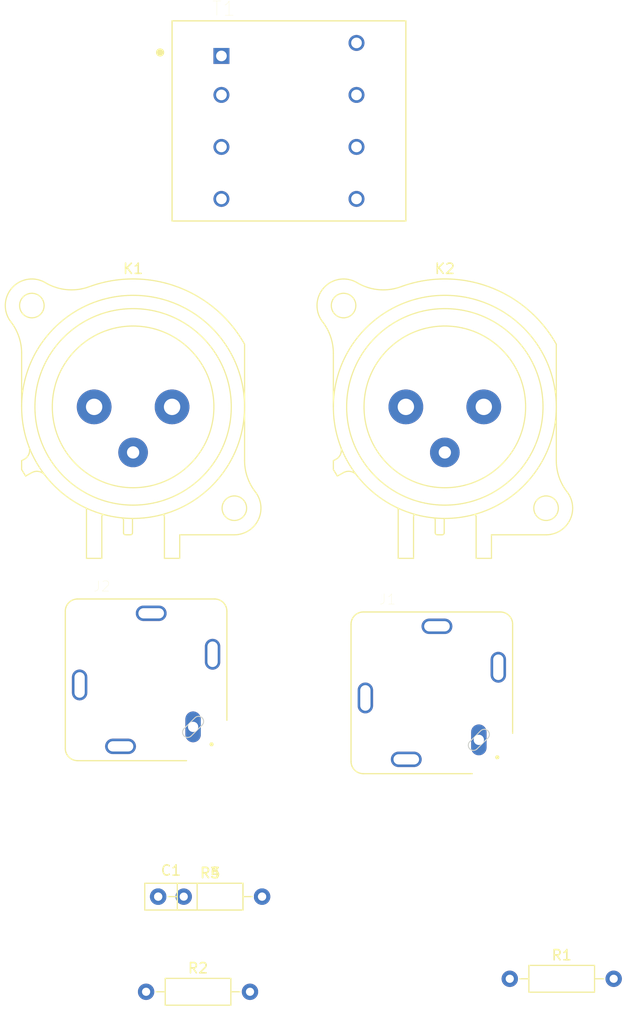
<source format=kicad_pcb>
(kicad_pcb (version 4) (host pcbnew 4.0.5)

  (general
    (links 23)
    (no_connects 21)
    (area 37.599999 37.909999 270.150001 149.435)
    (thickness 1.6)
    (drawings 0)
    (tracks 0)
    (zones 0)
    (modules 11)
    (nets 13)
  )

  (page A4)
  (layers
    (0 F.Cu signal)
    (31 B.Cu signal)
    (32 B.Adhes user)
    (33 F.Adhes user)
    (34 B.Paste user)
    (35 F.Paste user)
    (36 B.SilkS user)
    (37 F.SilkS user)
    (38 B.Mask user)
    (39 F.Mask user)
    (40 Dwgs.User user)
    (41 Cmts.User user)
    (42 Eco1.User user)
    (43 Eco2.User user)
    (44 Edge.Cuts user)
    (45 Margin user)
    (46 B.CrtYd user)
    (47 F.CrtYd user)
    (48 B.Fab user)
    (49 F.Fab user)
  )

  (setup
    (last_trace_width 0.25)
    (trace_clearance 0.2)
    (zone_clearance 0.508)
    (zone_45_only no)
    (trace_min 0.2)
    (segment_width 0.2)
    (edge_width 0.15)
    (via_size 0.6)
    (via_drill 0.4)
    (via_min_size 0.4)
    (via_min_drill 0.3)
    (uvia_size 0.3)
    (uvia_drill 0.1)
    (uvias_allowed no)
    (uvia_min_size 0.2)
    (uvia_min_drill 0.1)
    (pcb_text_width 0.3)
    (pcb_text_size 1.5 1.5)
    (mod_edge_width 0.15)
    (mod_text_size 1 1)
    (mod_text_width 0.15)
    (pad_size 1.524 1.524)
    (pad_drill 0.762)
    (pad_to_mask_clearance 0.2)
    (aux_axis_origin 0 0)
    (visible_elements 7FFFFFFF)
    (pcbplotparams
      (layerselection 0x00030_80000001)
      (usegerberextensions false)
      (excludeedgelayer true)
      (linewidth 0.100000)
      (plotframeref false)
      (viasonmask false)
      (mode 1)
      (useauxorigin false)
      (hpglpennumber 1)
      (hpglpenspeed 20)
      (hpglpendiameter 15)
      (hpglpenoverlay 2)
      (psnegative false)
      (psa4output false)
      (plotreference true)
      (plotvalue true)
      (plotinvisibletext false)
      (padsonsilk false)
      (subtractmaskfromsilk false)
      (outputformat 1)
      (mirror false)
      (drillshape 1)
      (scaleselection 1)
      (outputdirectory ""))
  )

  (net 0 "")
  (net 1 "Net-(C1-Pad1)")
  (net 2 "Net-(C1-Pad2)")
  (net 3 Earth)
  (net 4 "Net-(J1-Pad3)")
  (net 5 "Net-(J1-Pad1)")
  (net 6 "Net-(J2-Pad3)")
  (net 7 "Net-(R1-Pad1)")
  (net 8 "Net-(R2-Pad1)")
  (net 9 "Net-(R4-Pad1)")
  (net 10 "Net-(T1-Pad3)")
  (net 11 "Net-(T1-Pad6)")
  (net 12 "Net-(T1-Pad7)")

  (net_class Default "This is the default net class."
    (clearance 0.2)
    (trace_width 0.25)
    (via_dia 0.6)
    (via_drill 0.4)
    (uvia_dia 0.3)
    (uvia_drill 0.1)
    (add_net Earth)
    (add_net "Net-(C1-Pad1)")
    (add_net "Net-(C1-Pad2)")
    (add_net "Net-(J1-Pad1)")
    (add_net "Net-(J1-Pad3)")
    (add_net "Net-(J2-Pad3)")
    (add_net "Net-(R1-Pad1)")
    (add_net "Net-(R2-Pad1)")
    (add_net "Net-(R4-Pad1)")
    (add_net "Net-(T1-Pad3)")
    (add_net "Net-(T1-Pad6)")
    (add_net "Net-(T1-Pad7)")
  )

  (module Capacitors_THT:C_Disc_D5.0mm_W2.5mm_P2.50mm (layer F.Cu) (tedit 597BC7C2) (tstamp 6098E32C)
    (at 148.5011 105.0036)
    (descr "C, Disc series, Radial, pin pitch=2.50mm, , diameter*width=5*2.5mm^2, Capacitor, http://cdn-reichelt.de/documents/datenblatt/B300/DS_KERKO_TC.pdf")
    (tags "C Disc series Radial pin pitch 2.50mm  diameter 5mm width 2.5mm Capacitor")
    (path /60936F73)
    (fp_text reference C1 (at 1.25 -2.56) (layer F.SilkS)
      (effects (font (size 1 1) (thickness 0.15)))
    )
    (fp_text value 1nF (at 1.25 2.56) (layer F.Fab)
      (effects (font (size 1 1) (thickness 0.15)))
    )
    (fp_line (start -1.25 -1.25) (end -1.25 1.25) (layer F.Fab) (width 0.1))
    (fp_line (start -1.25 1.25) (end 3.75 1.25) (layer F.Fab) (width 0.1))
    (fp_line (start 3.75 1.25) (end 3.75 -1.25) (layer F.Fab) (width 0.1))
    (fp_line (start 3.75 -1.25) (end -1.25 -1.25) (layer F.Fab) (width 0.1))
    (fp_line (start -1.31 -1.31) (end 3.81 -1.31) (layer F.SilkS) (width 0.12))
    (fp_line (start -1.31 1.31) (end 3.81 1.31) (layer F.SilkS) (width 0.12))
    (fp_line (start -1.31 -1.31) (end -1.31 1.31) (layer F.SilkS) (width 0.12))
    (fp_line (start 3.81 -1.31) (end 3.81 1.31) (layer F.SilkS) (width 0.12))
    (fp_line (start -1.6 -1.6) (end -1.6 1.6) (layer F.CrtYd) (width 0.05))
    (fp_line (start -1.6 1.6) (end 4.1 1.6) (layer F.CrtYd) (width 0.05))
    (fp_line (start 4.1 1.6) (end 4.1 -1.6) (layer F.CrtYd) (width 0.05))
    (fp_line (start 4.1 -1.6) (end -1.6 -1.6) (layer F.CrtYd) (width 0.05))
    (fp_text user %R (at 1.25 0) (layer F.Fab)
      (effects (font (size 1 1) (thickness 0.15)))
    )
    (pad 1 thru_hole circle (at 0 0) (size 1.6 1.6) (drill 0.8) (layers *.Cu *.Mask)
      (net 1 "Net-(C1-Pad1)"))
    (pad 2 thru_hole circle (at 2.5 0) (size 1.6 1.6) (drill 0.8) (layers *.Cu *.Mask)
      (net 2 "Net-(C1-Pad2)"))
    (model ${KISYS3DMOD}/Capacitors_THT.3dshapes/C_Disc_D5.0mm_W2.5mm_P2.50mm.wrl
      (at (xyz 0 0 0))
      (scale (xyz 1 1 1))
      (rotate (xyz 0 0 0))
    )
  )

  (module opensourceeverything-footprints:CUI_SJ-63083D (layer F.Cu) (tedit 60938644) (tstamp 6098E354)
    (at 175.26 85.09)
    (path /6094D86E)
    (fp_text reference J1 (at -4.325 -9.135) (layer F.SilkS)
      (effects (font (size 1 1) (thickness 0.015)))
    )
    (fp_text value SJ-63083D (at 0.755 9.135) (layer F.Fab)
      (effects (font (size 1 1) (thickness 0.015)))
    )
    (fp_line (start 5.47988 4.41922) (end 4.41922 5.47988) (layer Edge.Cuts) (width 0))
    (fp_arc (start 4.06567 5.12633) (end 3.71212 5.47988) (angle -90) (layer Edge.Cuts) (width 0))
    (fp_arc (start 4.06567 5.12633) (end 3.71212 4.77278) (angle -90) (layer Edge.Cuts) (width 0))
    (fp_line (start 3.71212 4.77278) (end 4.77278 3.71212) (layer Edge.Cuts) (width 0))
    (fp_arc (start 5.12633 4.06567) (end 5.47988 3.71212) (angle -90) (layer Edge.Cuts) (width 0))
    (fp_arc (start 5.12633 4.06567) (end 5.47988 4.41922) (angle -90) (layer Edge.Cuts) (width 0))
    (fp_line (start 7.9 -6.7) (end 7.9 3.95) (layer F.Fab) (width 0.127))
    (fp_line (start 7.9 3.95) (end 3.95 7.9) (layer F.Fab) (width 0.127))
    (fp_line (start 3.95 7.9) (end -6.7 7.9) (layer F.Fab) (width 0.127))
    (fp_arc (start -6.7 6.7) (end -7.9 6.7) (angle -90) (layer F.Fab) (width 0.127))
    (fp_line (start -7.9 6.7) (end -7.9 -6.7) (layer F.Fab) (width 0.127))
    (fp_arc (start -6.7 -6.7) (end -6.7 -7.9) (angle -90) (layer F.Fab) (width 0.127))
    (fp_line (start -6.7 -7.9) (end 6.7 -7.9) (layer F.Fab) (width 0.127))
    (fp_arc (start 6.7 -6.7) (end 7.9 -6.7) (angle -90) (layer F.Fab) (width 0.127))
    (fp_line (start 7.9 -6.7) (end 7.9 3.95) (layer F.SilkS) (width 0.127))
    (fp_line (start 3.95 7.9) (end -6.7 7.9) (layer F.SilkS) (width 0.127))
    (fp_arc (start -6.7 6.7) (end -7.9 6.7) (angle -90) (layer F.SilkS) (width 0.127))
    (fp_line (start -7.9 6.7) (end -7.9 -6.7) (layer F.SilkS) (width 0.127))
    (fp_arc (start -6.7 -6.7) (end -6.7 -7.9) (angle -90) (layer F.SilkS) (width 0.127))
    (fp_line (start -6.7 -7.9) (end 6.7 -7.9) (layer F.SilkS) (width 0.127))
    (fp_arc (start 6.7 -6.7) (end 7.9 -6.7) (angle -90) (layer F.SilkS) (width 0.127))
    (fp_line (start 8.15 -6.95) (end 8.15 4.2) (layer F.CrtYd) (width 0.05))
    (fp_line (start 8.15 4.2) (end 4.2 8.15) (layer F.CrtYd) (width 0.05))
    (fp_line (start 4.2 8.15) (end -6.95 8.15) (layer F.CrtYd) (width 0.05))
    (fp_arc (start -6.95 6.95) (end -8.15 6.95) (angle -90) (layer F.CrtYd) (width 0.05))
    (fp_line (start -8.15 6.95) (end -8.15 -6.95) (layer F.CrtYd) (width 0.05))
    (fp_arc (start -6.95 -6.95) (end -6.95 -8.15) (angle -90) (layer F.CrtYd) (width 0.05))
    (fp_line (start -6.95 -8.15) (end 6.95 -8.15) (layer F.CrtYd) (width 0.05))
    (fp_arc (start 6.95 -6.95) (end 8.15 -6.95) (angle -90) (layer F.CrtYd) (width 0.05))
    (fp_circle (center 6.4 6.3) (end 6.5 6.3) (layer F.Fab) (width 0.2))
    (fp_circle (center 6.4 6.3) (end 6.5 6.3) (layer F.SilkS) (width 0.2))
    (pad 2 thru_hole oval (at -2.5 6.5) (size 3.016 1.508) (drill oval 2.5 1) (layers *.Cu *.Mask)
      (net 3 Earth))
    (pad 3 thru_hole oval (at -6.5 0.5) (size 1.508 3.016) (drill oval 1 2.5) (layers *.Cu *.Mask)
      (net 4 "Net-(J1-Pad3)"))
    (pad 4 thru_hole oval (at 0.5 -6.5) (size 3.016 1.508) (drill oval 2.5 1) (layers *.Cu *.Mask)
      (net 3 Earth))
    (pad 5 thru_hole oval (at 6.5 -2.5) (size 1.508 3.016) (drill oval 1 2.5) (layers *.Cu *.Mask)
      (net 3 Earth))
    (pad 1 thru_hole oval (at 4.596 4.596) (size 1.508 3.016) (drill 1) (layers *.Cu *.Mask)
      (net 5 "Net-(J1-Pad1)"))
  )

  (module opensourceeverything-footprints:CUI_SJ-63083D (layer F.Cu) (tedit 60938644) (tstamp 6098E37C)
    (at 147.32 83.82)
    (path /6094D8D1)
    (fp_text reference J2 (at -4.325 -9.135) (layer F.SilkS)
      (effects (font (size 1 1) (thickness 0.015)))
    )
    (fp_text value SJ-63083D (at 0.755 9.135) (layer F.Fab)
      (effects (font (size 1 1) (thickness 0.015)))
    )
    (fp_line (start 5.47988 4.41922) (end 4.41922 5.47988) (layer Edge.Cuts) (width 0))
    (fp_arc (start 4.06567 5.12633) (end 3.71212 5.47988) (angle -90) (layer Edge.Cuts) (width 0))
    (fp_arc (start 4.06567 5.12633) (end 3.71212 4.77278) (angle -90) (layer Edge.Cuts) (width 0))
    (fp_line (start 3.71212 4.77278) (end 4.77278 3.71212) (layer Edge.Cuts) (width 0))
    (fp_arc (start 5.12633 4.06567) (end 5.47988 3.71212) (angle -90) (layer Edge.Cuts) (width 0))
    (fp_arc (start 5.12633 4.06567) (end 5.47988 4.41922) (angle -90) (layer Edge.Cuts) (width 0))
    (fp_line (start 7.9 -6.7) (end 7.9 3.95) (layer F.Fab) (width 0.127))
    (fp_line (start 7.9 3.95) (end 3.95 7.9) (layer F.Fab) (width 0.127))
    (fp_line (start 3.95 7.9) (end -6.7 7.9) (layer F.Fab) (width 0.127))
    (fp_arc (start -6.7 6.7) (end -7.9 6.7) (angle -90) (layer F.Fab) (width 0.127))
    (fp_line (start -7.9 6.7) (end -7.9 -6.7) (layer F.Fab) (width 0.127))
    (fp_arc (start -6.7 -6.7) (end -6.7 -7.9) (angle -90) (layer F.Fab) (width 0.127))
    (fp_line (start -6.7 -7.9) (end 6.7 -7.9) (layer F.Fab) (width 0.127))
    (fp_arc (start 6.7 -6.7) (end 7.9 -6.7) (angle -90) (layer F.Fab) (width 0.127))
    (fp_line (start 7.9 -6.7) (end 7.9 3.95) (layer F.SilkS) (width 0.127))
    (fp_line (start 3.95 7.9) (end -6.7 7.9) (layer F.SilkS) (width 0.127))
    (fp_arc (start -6.7 6.7) (end -7.9 6.7) (angle -90) (layer F.SilkS) (width 0.127))
    (fp_line (start -7.9 6.7) (end -7.9 -6.7) (layer F.SilkS) (width 0.127))
    (fp_arc (start -6.7 -6.7) (end -6.7 -7.9) (angle -90) (layer F.SilkS) (width 0.127))
    (fp_line (start -6.7 -7.9) (end 6.7 -7.9) (layer F.SilkS) (width 0.127))
    (fp_arc (start 6.7 -6.7) (end 7.9 -6.7) (angle -90) (layer F.SilkS) (width 0.127))
    (fp_line (start 8.15 -6.95) (end 8.15 4.2) (layer F.CrtYd) (width 0.05))
    (fp_line (start 8.15 4.2) (end 4.2 8.15) (layer F.CrtYd) (width 0.05))
    (fp_line (start 4.2 8.15) (end -6.95 8.15) (layer F.CrtYd) (width 0.05))
    (fp_arc (start -6.95 6.95) (end -8.15 6.95) (angle -90) (layer F.CrtYd) (width 0.05))
    (fp_line (start -8.15 6.95) (end -8.15 -6.95) (layer F.CrtYd) (width 0.05))
    (fp_arc (start -6.95 -6.95) (end -6.95 -8.15) (angle -90) (layer F.CrtYd) (width 0.05))
    (fp_line (start -6.95 -8.15) (end 6.95 -8.15) (layer F.CrtYd) (width 0.05))
    (fp_arc (start 6.95 -6.95) (end 8.15 -6.95) (angle -90) (layer F.CrtYd) (width 0.05))
    (fp_circle (center 6.4 6.3) (end 6.5 6.3) (layer F.Fab) (width 0.2))
    (fp_circle (center 6.4 6.3) (end 6.5 6.3) (layer F.SilkS) (width 0.2))
    (pad 2 thru_hole oval (at -2.5 6.5) (size 3.016 1.508) (drill oval 2.5 1) (layers *.Cu *.Mask)
      (net 3 Earth))
    (pad 3 thru_hole oval (at -6.5 0.5) (size 1.508 3.016) (drill oval 1 2.5) (layers *.Cu *.Mask)
      (net 6 "Net-(J2-Pad3)"))
    (pad 4 thru_hole oval (at 0.5 -6.5) (size 3.016 1.508) (drill oval 2.5 1) (layers *.Cu *.Mask)
      (net 3 Earth))
    (pad 5 thru_hole oval (at 6.5 -2.5) (size 1.508 3.016) (drill oval 1 2.5) (layers *.Cu *.Mask)
      (net 3 Earth))
    (pad 1 thru_hole oval (at 4.596 4.596) (size 1.508 3.016) (drill 1) (layers *.Cu *.Mask)
      (net 2 "Net-(C1-Pad2)"))
  )

  (module opensourceeverything-footprints:IO-XLR3-{M,F}-EV (layer F.Cu) (tedit 60950273) (tstamp 6098E3D0)
    (at 149.86 57.15)
    (descr "AA Series, 3 pole female receptacle, grounding: mating connector shell to pin1 and front panel, vertical PCB mount, https://www.neutrik.com/en/product/nc3faav1")
    (tags "neutrik xlr aa")
    (path /6093BE8F)
    (fp_text reference K1 (at -3.81 -13.5) (layer F.SilkS)
      (effects (font (size 1 1) (thickness 0.15)))
    )
    (fp_text value IO-XLR3-F-EV (at -3.81 16) (layer F.Fab)
      (effects (font (size 1 1) (thickness 0.15)))
    )
    (fp_circle (center 6.09 9.9) (end 7.29 9.9) (layer F.Fab) (width 0.1))
    (fp_circle (center -3.81 0) (end 4.09 0) (layer F.Fab) (width 0.1))
    (fp_circle (center -3.81 0) (end 5.79 0) (layer F.Fab) (width 0.1))
    (fp_circle (center -3.81 0) (end 7.09 0) (layer F.Fab) (width 0.1))
    (fp_line (start -3.87 10.9) (end -3.87 12.3) (layer F.Fab) (width 0.1))
    (fp_line (start -4.75 11.04) (end -4.75 12.3) (layer F.Fab) (width 0.1))
    (fp_line (start -6.87 14.8) (end -6.87 10.73) (layer F.Fab) (width 0.1))
    (fp_line (start -8.37 10.03) (end -8.37 14.8) (layer F.Fab) (width 0.1))
    (fp_line (start -14.71 0) (end -14.71 -5.24) (layer F.Fab) (width 0.1))
    (fp_line (start -14.71 6.12) (end -14.71 5.26) (layer F.Fab) (width 0.1))
    (fp_line (start 0.75 12.5) (end 6.09 12.5) (layer F.Fab) (width 0.1))
    (fp_line (start -4.07 12.5) (end -4.55 12.5) (layer F.Fab) (width 0.1))
    (fp_line (start 0.75 14.8) (end -0.75 14.8) (layer F.Fab) (width 0.1))
    (fp_line (start -6.87 14.8) (end -8.37 14.8) (layer F.Fab) (width 0.1))
    (fp_arc (start 12.08 5.24) (end 7.09 5.24) (angle -37.9) (layer F.Fab) (width 0.1))
    (fp_arc (start 6.09 9.9) (end 6.09 12.5) (angle -127.9) (layer F.Fab) (width 0.1))
    (fp_arc (start -9.83 -16.44) (end -12.38 -12.13) (angle -50.6) (layer F.Fab) (width 0.1))
    (fp_circle (center -13.71 -9.9) (end -12.51 -9.9) (layer F.Fab) (width 0.1))
    (fp_arc (start -13.71 -9.9) (end -12.38 -12.13) (angle -158.6) (layer F.Fab) (width 0.1))
    (fp_arc (start -19.72 -5.24) (end -14.71 -5.24) (angle -37.9) (layer F.Fab) (width 0.1))
    (fp_arc (start -3.81 0) (end 7.09 -6.12) (angle -80.9) (layer F.Fab) (width 0.1))
    (fp_arc (start -14.92 4.24) (end -14.44 5.11) (angle -78) (layer F.Fab) (width 0.1))
    (fp_arc (start -6.66 10.73) (end -6.87 10.73) (angle 85) (layer F.Fab) (width 0.1))
    (fp_arc (start -0.96 10.73) (end -0.75 10.73) (angle -87) (layer F.Fab) (width 0.1))
    (fp_arc (start -4.07 12.3) (end -4.07 12.5) (angle -90) (layer F.Fab) (width 0.1))
    (fp_arc (start -4.55 12.3) (end -4.75 12.3) (angle -90) (layer F.Fab) (width 0.1))
    (fp_arc (start -4.95 11.04) (end -4.75 11.04) (angle -78) (layer F.Fab) (width 0.1))
    (fp_arc (start -13.22 7.31) (end -13.71 6.42) (angle 81.5) (layer F.Fab) (width 0.1))
    (fp_arc (start -8.57 10.02) (end -8.37 10.03) (angle -51) (layer F.Fab) (width 0.1))
    (fp_line (start -0.75 10.73) (end -0.75 10.73) (layer F.Fab) (width 0.1))
    (fp_line (start 7.09 5.24) (end 7.09 -6.12) (layer F.Fab) (width 0.1))
    (fp_line (start 0.75 14.8) (end 0.75 12.5) (layer F.Fab) (width 0.1))
    (fp_line (start -0.75 14.8) (end -0.75 10.73) (layer F.Fab) (width 0.1))
    (fp_line (start -13.71 6.42) (end -14.32 6.76) (layer F.Fab) (width 0.1))
    (fp_line (start -14.71 5.26) (end -14.44 5.11) (layer F.Fab) (width 0.1))
    (fp_line (start -16.8 -13.2) (end 9.2 -13.2) (layer F.CrtYd) (width 0.05))
    (fp_line (start 9.2 -13.2) (end 9.2 15.3) (layer F.CrtYd) (width 0.05))
    (fp_line (start 9.2 15.3) (end -16.8 15.3) (layer F.CrtYd) (width 0.05))
    (fp_line (start -16.8 15.3) (end -16.8 -13.2) (layer F.CrtYd) (width 0.05))
    (fp_text user %R (at -3.81 -1) (layer F.Fab)
      (effects (font (size 1 1) (thickness 0.15)))
    )
    (fp_line (start -14.32 6.76) (end -14.71 6.12) (layer F.Fab) (width 0.1))
    (fp_circle (center 6.09 9.9) (end 7.29 9.9) (layer F.SilkS) (width 0.12))
    (fp_circle (center -3.81 0) (end 5.79 0) (layer F.SilkS) (width 0.12))
    (fp_circle (center -3.81 0) (end 7.09 0) (layer F.SilkS) (width 0.12))
    (fp_line (start -3.87 10.9) (end -3.87 12.3) (layer F.SilkS) (width 0.12))
    (fp_line (start -4.75 11.04) (end -4.75 12.3) (layer F.SilkS) (width 0.12))
    (fp_line (start -6.87 14.8) (end -6.87 10.73) (layer F.SilkS) (width 0.12))
    (fp_line (start -8.37 10.03) (end -8.37 14.8) (layer F.SilkS) (width 0.12))
    (fp_line (start -14.71 0) (end -14.71 -5.24) (layer F.SilkS) (width 0.12))
    (fp_line (start -14.71 6.12) (end -14.71 5.26) (layer F.SilkS) (width 0.12))
    (fp_line (start 0.75 12.5) (end 6.09 12.5) (layer F.SilkS) (width 0.12))
    (fp_line (start -4.07 12.5) (end -4.55 12.5) (layer F.SilkS) (width 0.12))
    (fp_line (start 0.75 14.8) (end -0.75 14.8) (layer F.SilkS) (width 0.12))
    (fp_line (start -6.87 14.8) (end -8.37 14.8) (layer F.SilkS) (width 0.12))
    (fp_arc (start 12.08 5.24) (end 7.09 5.24) (angle -37.9) (layer F.SilkS) (width 0.12))
    (fp_arc (start 6.09 9.9) (end 6.09 12.5) (angle -127.9) (layer F.SilkS) (width 0.12))
    (fp_arc (start -9.83 -16.44) (end -12.38 -12.13) (angle -50.6) (layer F.SilkS) (width 0.12))
    (fp_circle (center -13.71 -9.9) (end -12.51 -9.9) (layer F.SilkS) (width 0.12))
    (fp_arc (start -13.71 -9.9) (end -12.38 -12.13) (angle -158.6) (layer F.SilkS) (width 0.12))
    (fp_arc (start -19.72 -5.24) (end -14.71 -5.24) (angle -37.9) (layer F.SilkS) (width 0.12))
    (fp_arc (start -3.81 0) (end 7.09 -6.12) (angle -80.9) (layer F.SilkS) (width 0.12))
    (fp_arc (start -14.92 4.24) (end -14.44 5.11) (angle -78) (layer F.SilkS) (width 0.12))
    (fp_arc (start -6.66 10.73) (end -6.87 10.73) (angle 85) (layer F.SilkS) (width 0.12))
    (fp_arc (start -0.96 10.73) (end -0.75 10.73) (angle -87) (layer F.SilkS) (width 0.12))
    (fp_arc (start -4.07 12.3) (end -4.07 12.5) (angle -90) (layer F.SilkS) (width 0.12))
    (fp_arc (start -4.55 12.3) (end -4.75 12.3) (angle -90) (layer F.SilkS) (width 0.12))
    (fp_arc (start -4.95 11.04) (end -4.75 11.04) (angle -78) (layer F.SilkS) (width 0.12))
    (fp_arc (start -13.22 7.31) (end -13.71 6.42) (angle 81.5) (layer F.SilkS) (width 0.12))
    (fp_arc (start -8.57 10.02) (end -8.37 10.03) (angle -51) (layer F.SilkS) (width 0.12))
    (fp_line (start -0.75 10.73) (end -0.75 10.73) (layer F.SilkS) (width 0.12))
    (fp_line (start 7.09 5.24) (end 7.09 -6.12) (layer F.SilkS) (width 0.12))
    (fp_line (start 0.75 14.8) (end 0.75 12.5) (layer F.SilkS) (width 0.12))
    (fp_line (start -0.75 14.8) (end -0.75 10.73) (layer F.SilkS) (width 0.12))
    (fp_line (start -13.71 6.42) (end -14.32 6.76) (layer F.SilkS) (width 0.12))
    (fp_line (start -14.71 5.26) (end -14.44 5.11) (layer F.SilkS) (width 0.12))
    (fp_line (start -14.32 6.76) (end -14.71 6.12) (layer F.SilkS) (width 0.12))
    (fp_circle (center -3.81 0) (end 4.09 0) (layer F.SilkS) (width 0.12))
    (pad 2 thru_hole circle (at -7.62 0) (size 3.4 3.4) (drill 1.6) (layers *.Cu *.Mask)
      (net 4 "Net-(J1-Pad3)"))
    (pad 1 thru_hole circle (at 0 0) (size 3.4 3.4) (drill 1.6) (layers *.Cu *.Mask)
      (net 3 Earth))
    (pad 3 thru_hole circle (at -3.81 4.45) (size 2.9 2.9) (drill 1.2) (layers *.Cu *.Mask)
      (net 5 "Net-(J1-Pad1)"))
    (model ${KISYS3DMOD}/Connector_Audio.3dshapes/Jack_XLR_Neutrik_NC3FAAV1_Vertical.wrl
      (at (xyz 0 0 0))
      (scale (xyz 1 1 1))
      (rotate (xyz 0 0 0))
    )
  )

  (module opensourceeverything-footprints:IO-XLR3-{M,F}-EV (layer F.Cu) (tedit 60950273) (tstamp 6098E424)
    (at 180.34 57.15)
    (descr "AA Series, 3 pole female receptacle, grounding: mating connector shell to pin1 and front panel, vertical PCB mount, https://www.neutrik.com/en/product/nc3faav1")
    (tags "neutrik xlr aa")
    (path /6093B364)
    (fp_text reference K2 (at -3.81 -13.5) (layer F.SilkS)
      (effects (font (size 1 1) (thickness 0.15)))
    )
    (fp_text value IO-XLR3-M-EV (at -3.81 16) (layer F.Fab)
      (effects (font (size 1 1) (thickness 0.15)))
    )
    (fp_circle (center 6.09 9.9) (end 7.29 9.9) (layer F.Fab) (width 0.1))
    (fp_circle (center -3.81 0) (end 4.09 0) (layer F.Fab) (width 0.1))
    (fp_circle (center -3.81 0) (end 5.79 0) (layer F.Fab) (width 0.1))
    (fp_circle (center -3.81 0) (end 7.09 0) (layer F.Fab) (width 0.1))
    (fp_line (start -3.87 10.9) (end -3.87 12.3) (layer F.Fab) (width 0.1))
    (fp_line (start -4.75 11.04) (end -4.75 12.3) (layer F.Fab) (width 0.1))
    (fp_line (start -6.87 14.8) (end -6.87 10.73) (layer F.Fab) (width 0.1))
    (fp_line (start -8.37 10.03) (end -8.37 14.8) (layer F.Fab) (width 0.1))
    (fp_line (start -14.71 0) (end -14.71 -5.24) (layer F.Fab) (width 0.1))
    (fp_line (start -14.71 6.12) (end -14.71 5.26) (layer F.Fab) (width 0.1))
    (fp_line (start 0.75 12.5) (end 6.09 12.5) (layer F.Fab) (width 0.1))
    (fp_line (start -4.07 12.5) (end -4.55 12.5) (layer F.Fab) (width 0.1))
    (fp_line (start 0.75 14.8) (end -0.75 14.8) (layer F.Fab) (width 0.1))
    (fp_line (start -6.87 14.8) (end -8.37 14.8) (layer F.Fab) (width 0.1))
    (fp_arc (start 12.08 5.24) (end 7.09 5.24) (angle -37.9) (layer F.Fab) (width 0.1))
    (fp_arc (start 6.09 9.9) (end 6.09 12.5) (angle -127.9) (layer F.Fab) (width 0.1))
    (fp_arc (start -9.83 -16.44) (end -12.38 -12.13) (angle -50.6) (layer F.Fab) (width 0.1))
    (fp_circle (center -13.71 -9.9) (end -12.51 -9.9) (layer F.Fab) (width 0.1))
    (fp_arc (start -13.71 -9.9) (end -12.38 -12.13) (angle -158.6) (layer F.Fab) (width 0.1))
    (fp_arc (start -19.72 -5.24) (end -14.71 -5.24) (angle -37.9) (layer F.Fab) (width 0.1))
    (fp_arc (start -3.81 0) (end 7.09 -6.12) (angle -80.9) (layer F.Fab) (width 0.1))
    (fp_arc (start -14.92 4.24) (end -14.44 5.11) (angle -78) (layer F.Fab) (width 0.1))
    (fp_arc (start -6.66 10.73) (end -6.87 10.73) (angle 85) (layer F.Fab) (width 0.1))
    (fp_arc (start -0.96 10.73) (end -0.75 10.73) (angle -87) (layer F.Fab) (width 0.1))
    (fp_arc (start -4.07 12.3) (end -4.07 12.5) (angle -90) (layer F.Fab) (width 0.1))
    (fp_arc (start -4.55 12.3) (end -4.75 12.3) (angle -90) (layer F.Fab) (width 0.1))
    (fp_arc (start -4.95 11.04) (end -4.75 11.04) (angle -78) (layer F.Fab) (width 0.1))
    (fp_arc (start -13.22 7.31) (end -13.71 6.42) (angle 81.5) (layer F.Fab) (width 0.1))
    (fp_arc (start -8.57 10.02) (end -8.37 10.03) (angle -51) (layer F.Fab) (width 0.1))
    (fp_line (start -0.75 10.73) (end -0.75 10.73) (layer F.Fab) (width 0.1))
    (fp_line (start 7.09 5.24) (end 7.09 -6.12) (layer F.Fab) (width 0.1))
    (fp_line (start 0.75 14.8) (end 0.75 12.5) (layer F.Fab) (width 0.1))
    (fp_line (start -0.75 14.8) (end -0.75 10.73) (layer F.Fab) (width 0.1))
    (fp_line (start -13.71 6.42) (end -14.32 6.76) (layer F.Fab) (width 0.1))
    (fp_line (start -14.71 5.26) (end -14.44 5.11) (layer F.Fab) (width 0.1))
    (fp_line (start -16.8 -13.2) (end 9.2 -13.2) (layer F.CrtYd) (width 0.05))
    (fp_line (start 9.2 -13.2) (end 9.2 15.3) (layer F.CrtYd) (width 0.05))
    (fp_line (start 9.2 15.3) (end -16.8 15.3) (layer F.CrtYd) (width 0.05))
    (fp_line (start -16.8 15.3) (end -16.8 -13.2) (layer F.CrtYd) (width 0.05))
    (fp_text user %R (at -3.81 -1) (layer F.Fab)
      (effects (font (size 1 1) (thickness 0.15)))
    )
    (fp_line (start -14.32 6.76) (end -14.71 6.12) (layer F.Fab) (width 0.1))
    (fp_circle (center 6.09 9.9) (end 7.29 9.9) (layer F.SilkS) (width 0.12))
    (fp_circle (center -3.81 0) (end 5.79 0) (layer F.SilkS) (width 0.12))
    (fp_circle (center -3.81 0) (end 7.09 0) (layer F.SilkS) (width 0.12))
    (fp_line (start -3.87 10.9) (end -3.87 12.3) (layer F.SilkS) (width 0.12))
    (fp_line (start -4.75 11.04) (end -4.75 12.3) (layer F.SilkS) (width 0.12))
    (fp_line (start -6.87 14.8) (end -6.87 10.73) (layer F.SilkS) (width 0.12))
    (fp_line (start -8.37 10.03) (end -8.37 14.8) (layer F.SilkS) (width 0.12))
    (fp_line (start -14.71 0) (end -14.71 -5.24) (layer F.SilkS) (width 0.12))
    (fp_line (start -14.71 6.12) (end -14.71 5.26) (layer F.SilkS) (width 0.12))
    (fp_line (start 0.75 12.5) (end 6.09 12.5) (layer F.SilkS) (width 0.12))
    (fp_line (start -4.07 12.5) (end -4.55 12.5) (layer F.SilkS) (width 0.12))
    (fp_line (start 0.75 14.8) (end -0.75 14.8) (layer F.SilkS) (width 0.12))
    (fp_line (start -6.87 14.8) (end -8.37 14.8) (layer F.SilkS) (width 0.12))
    (fp_arc (start 12.08 5.24) (end 7.09 5.24) (angle -37.9) (layer F.SilkS) (width 0.12))
    (fp_arc (start 6.09 9.9) (end 6.09 12.5) (angle -127.9) (layer F.SilkS) (width 0.12))
    (fp_arc (start -9.83 -16.44) (end -12.38 -12.13) (angle -50.6) (layer F.SilkS) (width 0.12))
    (fp_circle (center -13.71 -9.9) (end -12.51 -9.9) (layer F.SilkS) (width 0.12))
    (fp_arc (start -13.71 -9.9) (end -12.38 -12.13) (angle -158.6) (layer F.SilkS) (width 0.12))
    (fp_arc (start -19.72 -5.24) (end -14.71 -5.24) (angle -37.9) (layer F.SilkS) (width 0.12))
    (fp_arc (start -3.81 0) (end 7.09 -6.12) (angle -80.9) (layer F.SilkS) (width 0.12))
    (fp_arc (start -14.92 4.24) (end -14.44 5.11) (angle -78) (layer F.SilkS) (width 0.12))
    (fp_arc (start -6.66 10.73) (end -6.87 10.73) (angle 85) (layer F.SilkS) (width 0.12))
    (fp_arc (start -0.96 10.73) (end -0.75 10.73) (angle -87) (layer F.SilkS) (width 0.12))
    (fp_arc (start -4.07 12.3) (end -4.07 12.5) (angle -90) (layer F.SilkS) (width 0.12))
    (fp_arc (start -4.55 12.3) (end -4.75 12.3) (angle -90) (layer F.SilkS) (width 0.12))
    (fp_arc (start -4.95 11.04) (end -4.75 11.04) (angle -78) (layer F.SilkS) (width 0.12))
    (fp_arc (start -13.22 7.31) (end -13.71 6.42) (angle 81.5) (layer F.SilkS) (width 0.12))
    (fp_arc (start -8.57 10.02) (end -8.37 10.03) (angle -51) (layer F.SilkS) (width 0.12))
    (fp_line (start -0.75 10.73) (end -0.75 10.73) (layer F.SilkS) (width 0.12))
    (fp_line (start 7.09 5.24) (end 7.09 -6.12) (layer F.SilkS) (width 0.12))
    (fp_line (start 0.75 14.8) (end 0.75 12.5) (layer F.SilkS) (width 0.12))
    (fp_line (start -0.75 14.8) (end -0.75 10.73) (layer F.SilkS) (width 0.12))
    (fp_line (start -13.71 6.42) (end -14.32 6.76) (layer F.SilkS) (width 0.12))
    (fp_line (start -14.71 5.26) (end -14.44 5.11) (layer F.SilkS) (width 0.12))
    (fp_line (start -14.32 6.76) (end -14.71 6.12) (layer F.SilkS) (width 0.12))
    (fp_circle (center -3.81 0) (end 4.09 0) (layer F.SilkS) (width 0.12))
    (pad 2 thru_hole circle (at -7.62 0) (size 3.4 3.4) (drill 1.6) (layers *.Cu *.Mask)
      (net 6 "Net-(J2-Pad3)"))
    (pad 1 thru_hole circle (at 0 0) (size 3.4 3.4) (drill 1.6) (layers *.Cu *.Mask)
      (net 3 Earth))
    (pad 3 thru_hole circle (at -3.81 4.45) (size 2.9 2.9) (drill 1.2) (layers *.Cu *.Mask)
      (net 2 "Net-(C1-Pad2)"))
    (model ${KISYS3DMOD}/Connector_Audio.3dshapes/Jack_XLR_Neutrik_NC3FAAV1_Vertical.wrl
      (at (xyz 0 0 0))
      (scale (xyz 1 1 1))
      (rotate (xyz 0 0 0))
    )
  )

  (module Resistors_THT:R_Axial_DIN0207_L6.3mm_D2.5mm_P10.16mm_Horizontal (layer F.Cu) (tedit 5874F706) (tstamp 6098E43A)
    (at 182.88 113.03)
    (descr "Resistor, Axial_DIN0207 series, Axial, Horizontal, pin pitch=10.16mm, 0.25W = 1/4W, length*diameter=6.3*2.5mm^2, http://cdn-reichelt.de/documents/datenblatt/B400/1_4W%23YAG.pdf")
    (tags "Resistor Axial_DIN0207 series Axial Horizontal pin pitch 10.16mm 0.25W = 1/4W length 6.3mm diameter 2.5mm")
    (path /609367B9)
    (fp_text reference R1 (at 5.08 -2.31) (layer F.SilkS)
      (effects (font (size 1 1) (thickness 0.15)))
    )
    (fp_text value 20K (at 5.08 2.31) (layer F.Fab)
      (effects (font (size 1 1) (thickness 0.15)))
    )
    (fp_line (start 1.93 -1.25) (end 1.93 1.25) (layer F.Fab) (width 0.1))
    (fp_line (start 1.93 1.25) (end 8.23 1.25) (layer F.Fab) (width 0.1))
    (fp_line (start 8.23 1.25) (end 8.23 -1.25) (layer F.Fab) (width 0.1))
    (fp_line (start 8.23 -1.25) (end 1.93 -1.25) (layer F.Fab) (width 0.1))
    (fp_line (start 0 0) (end 1.93 0) (layer F.Fab) (width 0.1))
    (fp_line (start 10.16 0) (end 8.23 0) (layer F.Fab) (width 0.1))
    (fp_line (start 1.87 -1.31) (end 1.87 1.31) (layer F.SilkS) (width 0.12))
    (fp_line (start 1.87 1.31) (end 8.29 1.31) (layer F.SilkS) (width 0.12))
    (fp_line (start 8.29 1.31) (end 8.29 -1.31) (layer F.SilkS) (width 0.12))
    (fp_line (start 8.29 -1.31) (end 1.87 -1.31) (layer F.SilkS) (width 0.12))
    (fp_line (start 0.98 0) (end 1.87 0) (layer F.SilkS) (width 0.12))
    (fp_line (start 9.18 0) (end 8.29 0) (layer F.SilkS) (width 0.12))
    (fp_line (start -1.05 -1.6) (end -1.05 1.6) (layer F.CrtYd) (width 0.05))
    (fp_line (start -1.05 1.6) (end 11.25 1.6) (layer F.CrtYd) (width 0.05))
    (fp_line (start 11.25 1.6) (end 11.25 -1.6) (layer F.CrtYd) (width 0.05))
    (fp_line (start 11.25 -1.6) (end -1.05 -1.6) (layer F.CrtYd) (width 0.05))
    (pad 1 thru_hole circle (at 0 0) (size 1.6 1.6) (drill 0.8) (layers *.Cu *.Mask)
      (net 7 "Net-(R1-Pad1)"))
    (pad 2 thru_hole oval (at 10.16 0) (size 1.6 1.6) (drill 0.8) (layers *.Cu *.Mask)
      (net 3 Earth))
    (model ${KISYS3DMOD}/Resistors_THT.3dshapes/R_Axial_DIN0207_L6.3mm_D2.5mm_P10.16mm_Horizontal.wrl
      (at (xyz 0 0 0))
      (scale (xyz 0.393701 0.393701 0.393701))
      (rotate (xyz 0 0 0))
    )
  )

  (module Resistors_THT:R_Axial_DIN0207_L6.3mm_D2.5mm_P10.16mm_Horizontal (layer F.Cu) (tedit 5874F706) (tstamp 6098E450)
    (at 147.32 114.3)
    (descr "Resistor, Axial_DIN0207 series, Axial, Horizontal, pin pitch=10.16mm, 0.25W = 1/4W, length*diameter=6.3*2.5mm^2, http://cdn-reichelt.de/documents/datenblatt/B400/1_4W%23YAG.pdf")
    (tags "Resistor Axial_DIN0207 series Axial Horizontal pin pitch 10.16mm 0.25W = 1/4W length 6.3mm diameter 2.5mm")
    (path /609362AC)
    (fp_text reference R2 (at 5.08 -2.31) (layer F.SilkS)
      (effects (font (size 1 1) (thickness 0.15)))
    )
    (fp_text value 20K (at 5.08 2.31) (layer F.Fab)
      (effects (font (size 1 1) (thickness 0.15)))
    )
    (fp_line (start 1.93 -1.25) (end 1.93 1.25) (layer F.Fab) (width 0.1))
    (fp_line (start 1.93 1.25) (end 8.23 1.25) (layer F.Fab) (width 0.1))
    (fp_line (start 8.23 1.25) (end 8.23 -1.25) (layer F.Fab) (width 0.1))
    (fp_line (start 8.23 -1.25) (end 1.93 -1.25) (layer F.Fab) (width 0.1))
    (fp_line (start 0 0) (end 1.93 0) (layer F.Fab) (width 0.1))
    (fp_line (start 10.16 0) (end 8.23 0) (layer F.Fab) (width 0.1))
    (fp_line (start 1.87 -1.31) (end 1.87 1.31) (layer F.SilkS) (width 0.12))
    (fp_line (start 1.87 1.31) (end 8.29 1.31) (layer F.SilkS) (width 0.12))
    (fp_line (start 8.29 1.31) (end 8.29 -1.31) (layer F.SilkS) (width 0.12))
    (fp_line (start 8.29 -1.31) (end 1.87 -1.31) (layer F.SilkS) (width 0.12))
    (fp_line (start 0.98 0) (end 1.87 0) (layer F.SilkS) (width 0.12))
    (fp_line (start 9.18 0) (end 8.29 0) (layer F.SilkS) (width 0.12))
    (fp_line (start -1.05 -1.6) (end -1.05 1.6) (layer F.CrtYd) (width 0.05))
    (fp_line (start -1.05 1.6) (end 11.25 1.6) (layer F.CrtYd) (width 0.05))
    (fp_line (start 11.25 1.6) (end 11.25 -1.6) (layer F.CrtYd) (width 0.05))
    (fp_line (start 11.25 -1.6) (end -1.05 -1.6) (layer F.CrtYd) (width 0.05))
    (pad 1 thru_hole circle (at 0 0) (size 1.6 1.6) (drill 0.8) (layers *.Cu *.Mask)
      (net 8 "Net-(R2-Pad1)"))
    (pad 2 thru_hole oval (at 10.16 0) (size 1.6 1.6) (drill 0.8) (layers *.Cu *.Mask)
      (net 3 Earth))
    (model ${KISYS3DMOD}/Resistors_THT.3dshapes/R_Axial_DIN0207_L6.3mm_D2.5mm_P10.16mm_Horizontal.wrl
      (at (xyz 0 0 0))
      (scale (xyz 0.393701 0.393701 0.393701))
      (rotate (xyz 0 0 0))
    )
  )

  (module Resistors_THT:R_Axial_DIN0207_L6.3mm_D2.5mm_P10.16mm_Horizontal (layer F.Cu) (tedit 5874F706) (tstamp 6098E466)
    (at 148.5011 105.0036)
    (descr "Resistor, Axial_DIN0207 series, Axial, Horizontal, pin pitch=10.16mm, 0.25W = 1/4W, length*diameter=6.3*2.5mm^2, http://cdn-reichelt.de/documents/datenblatt/B400/1_4W%23YAG.pdf")
    (tags "Resistor Axial_DIN0207 series Axial Horizontal pin pitch 10.16mm 0.25W = 1/4W length 6.3mm diameter 2.5mm")
    (path /609363DF)
    (fp_text reference R3 (at 5.08 -2.31) (layer F.SilkS)
      (effects (font (size 1 1) (thickness 0.15)))
    )
    (fp_text value 20K (at 5.08 2.31) (layer F.Fab)
      (effects (font (size 1 1) (thickness 0.15)))
    )
    (fp_line (start 1.93 -1.25) (end 1.93 1.25) (layer F.Fab) (width 0.1))
    (fp_line (start 1.93 1.25) (end 8.23 1.25) (layer F.Fab) (width 0.1))
    (fp_line (start 8.23 1.25) (end 8.23 -1.25) (layer F.Fab) (width 0.1))
    (fp_line (start 8.23 -1.25) (end 1.93 -1.25) (layer F.Fab) (width 0.1))
    (fp_line (start 0 0) (end 1.93 0) (layer F.Fab) (width 0.1))
    (fp_line (start 10.16 0) (end 8.23 0) (layer F.Fab) (width 0.1))
    (fp_line (start 1.87 -1.31) (end 1.87 1.31) (layer F.SilkS) (width 0.12))
    (fp_line (start 1.87 1.31) (end 8.29 1.31) (layer F.SilkS) (width 0.12))
    (fp_line (start 8.29 1.31) (end 8.29 -1.31) (layer F.SilkS) (width 0.12))
    (fp_line (start 8.29 -1.31) (end 1.87 -1.31) (layer F.SilkS) (width 0.12))
    (fp_line (start 0.98 0) (end 1.87 0) (layer F.SilkS) (width 0.12))
    (fp_line (start 9.18 0) (end 8.29 0) (layer F.SilkS) (width 0.12))
    (fp_line (start -1.05 -1.6) (end -1.05 1.6) (layer F.CrtYd) (width 0.05))
    (fp_line (start -1.05 1.6) (end 11.25 1.6) (layer F.CrtYd) (width 0.05))
    (fp_line (start 11.25 1.6) (end 11.25 -1.6) (layer F.CrtYd) (width 0.05))
    (fp_line (start 11.25 -1.6) (end -1.05 -1.6) (layer F.CrtYd) (width 0.05))
    (pad 1 thru_hole circle (at 0 0) (size 1.6 1.6) (drill 0.8) (layers *.Cu *.Mask)
      (net 6 "Net-(J2-Pad3)"))
    (pad 2 thru_hole oval (at 10.16 0) (size 1.6 1.6) (drill 0.8) (layers *.Cu *.Mask)
      (net 3 Earth))
    (model ${KISYS3DMOD}/Resistors_THT.3dshapes/R_Axial_DIN0207_L6.3mm_D2.5mm_P10.16mm_Horizontal.wrl
      (at (xyz 0 0 0))
      (scale (xyz 0.393701 0.393701 0.393701))
      (rotate (xyz 0 0 0))
    )
  )

  (module Resistors_THT:R_Axial_DIN0207_L6.3mm_D2.5mm_P10.16mm_Horizontal (layer F.Cu) (tedit 5874F706) (tstamp 6098E47C)
    (at 148.5011 105.0036)
    (descr "Resistor, Axial_DIN0207 series, Axial, Horizontal, pin pitch=10.16mm, 0.25W = 1/4W, length*diameter=6.3*2.5mm^2, http://cdn-reichelt.de/documents/datenblatt/B400/1_4W%23YAG.pdf")
    (tags "Resistor Axial_DIN0207 series Axial Horizontal pin pitch 10.16mm 0.25W = 1/4W length 6.3mm diameter 2.5mm")
    (path /60936570)
    (fp_text reference R4 (at 5.08 -2.31) (layer F.SilkS)
      (effects (font (size 1 1) (thickness 0.15)))
    )
    (fp_text value 20K (at 5.08 2.31) (layer F.Fab)
      (effects (font (size 1 1) (thickness 0.15)))
    )
    (fp_line (start 1.93 -1.25) (end 1.93 1.25) (layer F.Fab) (width 0.1))
    (fp_line (start 1.93 1.25) (end 8.23 1.25) (layer F.Fab) (width 0.1))
    (fp_line (start 8.23 1.25) (end 8.23 -1.25) (layer F.Fab) (width 0.1))
    (fp_line (start 8.23 -1.25) (end 1.93 -1.25) (layer F.Fab) (width 0.1))
    (fp_line (start 0 0) (end 1.93 0) (layer F.Fab) (width 0.1))
    (fp_line (start 10.16 0) (end 8.23 0) (layer F.Fab) (width 0.1))
    (fp_line (start 1.87 -1.31) (end 1.87 1.31) (layer F.SilkS) (width 0.12))
    (fp_line (start 1.87 1.31) (end 8.29 1.31) (layer F.SilkS) (width 0.12))
    (fp_line (start 8.29 1.31) (end 8.29 -1.31) (layer F.SilkS) (width 0.12))
    (fp_line (start 8.29 -1.31) (end 1.87 -1.31) (layer F.SilkS) (width 0.12))
    (fp_line (start 0.98 0) (end 1.87 0) (layer F.SilkS) (width 0.12))
    (fp_line (start 9.18 0) (end 8.29 0) (layer F.SilkS) (width 0.12))
    (fp_line (start -1.05 -1.6) (end -1.05 1.6) (layer F.CrtYd) (width 0.05))
    (fp_line (start -1.05 1.6) (end 11.25 1.6) (layer F.CrtYd) (width 0.05))
    (fp_line (start 11.25 1.6) (end 11.25 -1.6) (layer F.CrtYd) (width 0.05))
    (fp_line (start 11.25 -1.6) (end -1.05 -1.6) (layer F.CrtYd) (width 0.05))
    (pad 1 thru_hole circle (at 0 0) (size 1.6 1.6) (drill 0.8) (layers *.Cu *.Mask)
      (net 9 "Net-(R4-Pad1)"))
    (pad 2 thru_hole oval (at 10.16 0) (size 1.6 1.6) (drill 0.8) (layers *.Cu *.Mask)
      (net 3 Earth))
    (model ${KISYS3DMOD}/Resistors_THT.3dshapes/R_Axial_DIN0207_L6.3mm_D2.5mm_P10.16mm_Horizontal.wrl
      (at (xyz 0 0 0))
      (scale (xyz 0.393701 0.393701 0.393701))
      (rotate (xyz 0 0 0))
    )
  )

  (module Resistors_THT:R_Axial_DIN0207_L6.3mm_D2.5mm_P10.16mm_Horizontal (layer F.Cu) (tedit 5874F706) (tstamp 6098E492)
    (at 148.5011 105.0036)
    (descr "Resistor, Axial_DIN0207 series, Axial, Horizontal, pin pitch=10.16mm, 0.25W = 1/4W, length*diameter=6.3*2.5mm^2, http://cdn-reichelt.de/documents/datenblatt/B400/1_4W%23YAG.pdf")
    (tags "Resistor Axial_DIN0207 series Axial Horizontal pin pitch 10.16mm 0.25W = 1/4W length 6.3mm diameter 2.5mm")
    (path /609360A3)
    (fp_text reference R5 (at 5.08 -2.31) (layer F.SilkS)
      (effects (font (size 1 1) (thickness 0.15)))
    )
    (fp_text value 8.19K (at 5.08 2.31) (layer F.Fab)
      (effects (font (size 1 1) (thickness 0.15)))
    )
    (fp_line (start 1.93 -1.25) (end 1.93 1.25) (layer F.Fab) (width 0.1))
    (fp_line (start 1.93 1.25) (end 8.23 1.25) (layer F.Fab) (width 0.1))
    (fp_line (start 8.23 1.25) (end 8.23 -1.25) (layer F.Fab) (width 0.1))
    (fp_line (start 8.23 -1.25) (end 1.93 -1.25) (layer F.Fab) (width 0.1))
    (fp_line (start 0 0) (end 1.93 0) (layer F.Fab) (width 0.1))
    (fp_line (start 10.16 0) (end 8.23 0) (layer F.Fab) (width 0.1))
    (fp_line (start 1.87 -1.31) (end 1.87 1.31) (layer F.SilkS) (width 0.12))
    (fp_line (start 1.87 1.31) (end 8.29 1.31) (layer F.SilkS) (width 0.12))
    (fp_line (start 8.29 1.31) (end 8.29 -1.31) (layer F.SilkS) (width 0.12))
    (fp_line (start 8.29 -1.31) (end 1.87 -1.31) (layer F.SilkS) (width 0.12))
    (fp_line (start 0.98 0) (end 1.87 0) (layer F.SilkS) (width 0.12))
    (fp_line (start 9.18 0) (end 8.29 0) (layer F.SilkS) (width 0.12))
    (fp_line (start -1.05 -1.6) (end -1.05 1.6) (layer F.CrtYd) (width 0.05))
    (fp_line (start -1.05 1.6) (end 11.25 1.6) (layer F.CrtYd) (width 0.05))
    (fp_line (start 11.25 1.6) (end 11.25 -1.6) (layer F.CrtYd) (width 0.05))
    (fp_line (start 11.25 -1.6) (end -1.05 -1.6) (layer F.CrtYd) (width 0.05))
    (pad 1 thru_hole circle (at 0 0) (size 1.6 1.6) (drill 0.8) (layers *.Cu *.Mask)
      (net 6 "Net-(J2-Pad3)"))
    (pad 2 thru_hole oval (at 10.16 0) (size 1.6 1.6) (drill 0.8) (layers *.Cu *.Mask)
      (net 1 "Net-(C1-Pad1)"))
    (model ${KISYS3DMOD}/Resistors_THT.3dshapes/R_Axial_DIN0207_L6.3mm_D2.5mm_P10.16mm_Horizontal.wrl
      (at (xyz 0 0 0))
      (scale (xyz 0.393701 0.393701 0.393701))
      (rotate (xyz 0 0 0))
    )
  )

  (module opensourceeverything-footprints:XFMR_TY-250P (layer F.Cu) (tedit 6093714A) (tstamp 6098E4AB)
    (at 161.29 29.21)
    (path /60938BEF)
    (fp_text reference T1 (at -6.3852 -10.97006) (layer F.SilkS)
      (effects (font (size 1.400252 1.400252) (thickness 0.015)))
    )
    (fp_text value TY-250P (at -0.16136 11.71168) (layer F.Fab)
      (effects (font (size 1.400189 1.400189) (thickness 0.015)))
    )
    (fp_line (start -11.43 -9.779) (end 11.43 -9.779) (layer F.Fab) (width 0.127))
    (fp_line (start 11.43 -9.779) (end 11.43 9.779) (layer F.Fab) (width 0.127))
    (fp_line (start 11.43 9.779) (end -11.43 9.779) (layer F.Fab) (width 0.127))
    (fp_line (start -11.43 9.779) (end -11.43 -9.779) (layer F.Fab) (width 0.127))
    (fp_line (start -11.43 -9.779) (end 11.43 -9.779) (layer F.SilkS) (width 0.127))
    (fp_line (start 11.43 -9.779) (end 11.43 9.779) (layer F.SilkS) (width 0.127))
    (fp_line (start 11.43 9.779) (end -11.43 9.779) (layer F.SilkS) (width 0.127))
    (fp_line (start -11.43 9.779) (end -11.43 -9.779) (layer F.SilkS) (width 0.127))
    (fp_line (start -11.68 -10.029) (end 11.68 -10.029) (layer F.CrtYd) (width 0.05))
    (fp_line (start 11.68 -10.029) (end 11.68 10.029) (layer F.CrtYd) (width 0.05))
    (fp_line (start 11.68 10.029) (end -11.68 10.029) (layer F.CrtYd) (width 0.05))
    (fp_line (start -11.68 10.029) (end -11.68 -10.029) (layer F.CrtYd) (width 0.05))
    (fp_circle (center -12.6 -6.691) (end -12.4 -6.691) (layer F.SilkS) (width 0.4))
    (pad 1 thru_hole rect (at -6.604 -6.35) (size 1.5621 1.5621) (drill 1.0414) (layers *.Cu *.Mask))
    (pad 2 thru_hole circle (at -6.604 -2.54) (size 1.5621 1.5621) (drill 1.0414) (layers *.Cu *.Mask)
      (net 2 "Net-(C1-Pad2)"))
    (pad 3 thru_hole circle (at -6.604 2.54) (size 1.5621 1.5621) (drill 1.0414) (layers *.Cu *.Mask)
      (net 10 "Net-(T1-Pad3)"))
    (pad 5 thru_hole circle (at 6.604 7.62) (size 1.5621 1.5621) (drill 1.0414) (layers *.Cu *.Mask)
      (net 4 "Net-(J1-Pad3)"))
    (pad 4 thru_hole circle (at -6.604 7.62) (size 1.5621 1.5621) (drill 1.0414) (layers *.Cu *.Mask)
      (net 6 "Net-(J2-Pad3)"))
    (pad 6 thru_hole circle (at 6.604 2.54) (size 1.5621 1.5621) (drill 1.0414) (layers *.Cu *.Mask)
      (net 11 "Net-(T1-Pad6)"))
    (pad 7 thru_hole circle (at 6.604 -2.54) (size 1.5621 1.5621) (drill 1.0414) (layers *.Cu *.Mask)
      (net 12 "Net-(T1-Pad7)"))
    (pad 8 thru_hole circle (at 6.604 -7.62) (size 1.5621 1.5621) (drill 1.0414) (layers *.Cu *.Mask)
      (net 5 "Net-(J1-Pad1)"))
  )

)

</source>
